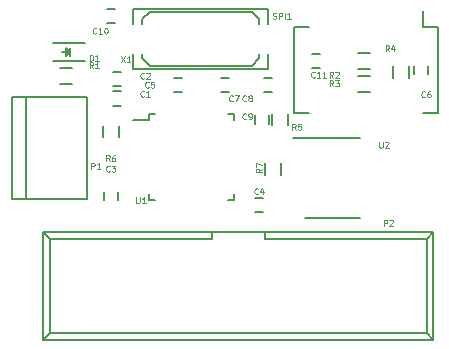
<source format=gbr>
G04 #@! TF.FileFunction,Legend,Top*
%FSLAX46Y46*%
G04 Gerber Fmt 4.6, Leading zero omitted, Abs format (unit mm)*
G04 Created by KiCad (PCBNEW 4.0.2+dfsg1-stable) date Thu 21 Jul 2016 12:34:14 PM COT*
%MOMM*%
G01*
G04 APERTURE LIST*
%ADD10C,0.100000*%
%ADD11C,0.150000*%
%ADD12C,0.076200*%
G04 APERTURE END LIST*
D10*
D11*
X162087000Y-78963000D02*
X162087000Y-78263000D01*
X163287000Y-78263000D02*
X163287000Y-78963000D01*
X177165000Y-97260000D02*
X144145000Y-97260000D01*
X176625000Y-96710000D02*
X144705000Y-96710000D01*
X177165000Y-88160000D02*
X144145000Y-88160000D01*
X176625000Y-88710000D02*
X162905000Y-88710000D01*
X158405000Y-88710000D02*
X144705000Y-88710000D01*
X162905000Y-88710000D02*
X162905000Y-88160000D01*
X158405000Y-88710000D02*
X158405000Y-88160000D01*
X177165000Y-97260000D02*
X177165000Y-88160000D01*
X176625000Y-96710000D02*
X176625000Y-88710000D01*
X144145000Y-97260000D02*
X144145000Y-88160000D01*
X144705000Y-96710000D02*
X144705000Y-88710000D01*
X177165000Y-97260000D02*
X176625000Y-96710000D01*
X144145000Y-97260000D02*
X144705000Y-96710000D01*
X177165000Y-88160000D02*
X176625000Y-88710000D01*
X144145000Y-88160000D02*
X144705000Y-88710000D01*
X166331000Y-80191000D02*
X166331000Y-80216000D01*
X170981000Y-80191000D02*
X170981000Y-80216000D01*
X170981000Y-86941000D02*
X170981000Y-86916000D01*
X166331000Y-86941000D02*
X166331000Y-86916000D01*
X166331000Y-80191000D02*
X170981000Y-80191000D01*
X166331000Y-86941000D02*
X170981000Y-86941000D01*
X166331000Y-80216000D02*
X165256000Y-80216000D01*
X150018000Y-76235000D02*
X150718000Y-76235000D01*
X150718000Y-77435000D02*
X150018000Y-77435000D01*
X149260000Y-85440000D02*
X149260000Y-84740000D01*
X150460000Y-84740000D02*
X150460000Y-85440000D01*
X162083000Y-85252000D02*
X162783000Y-85252000D01*
X162783000Y-86452000D02*
X162083000Y-86452000D01*
X155925000Y-76292000D02*
X155225000Y-76292000D01*
X155225000Y-75092000D02*
X155925000Y-75092000D01*
X176749000Y-74072000D02*
X176749000Y-74772000D01*
X175549000Y-74772000D02*
X175549000Y-74072000D01*
X159862000Y-76292000D02*
X159162000Y-76292000D01*
X159162000Y-75092000D02*
X159862000Y-75092000D01*
X162845000Y-75092000D02*
X163545000Y-75092000D01*
X163545000Y-76292000D02*
X162845000Y-76292000D01*
X150210000Y-70450000D02*
X149510000Y-70450000D01*
X149510000Y-69250000D02*
X150210000Y-69250000D01*
X166909000Y-73060000D02*
X167609000Y-73060000D01*
X167609000Y-74260000D02*
X166909000Y-74260000D01*
X141470540Y-76675100D02*
X141470540Y-85375100D01*
X147875540Y-76675100D02*
X147875540Y-85375100D01*
X147875540Y-85375100D02*
X141470540Y-85375100D01*
X142700540Y-85375100D02*
X142700540Y-76675100D01*
X141470540Y-76675100D02*
X147875540Y-76675100D01*
X145550000Y-74255000D02*
X146550000Y-74255000D01*
X146550000Y-75605000D02*
X145550000Y-75605000D01*
X171823000Y-74335000D02*
X170823000Y-74335000D01*
X170823000Y-72985000D02*
X171823000Y-72985000D01*
X171823000Y-76240000D02*
X170823000Y-76240000D01*
X170823000Y-74890000D02*
X171823000Y-74890000D01*
X173772200Y-75074400D02*
X173772200Y-74074400D01*
X175122200Y-74074400D02*
X175122200Y-75074400D01*
X163536000Y-79113000D02*
X163536000Y-78113000D01*
X164886000Y-78113000D02*
X164886000Y-79113000D01*
X149185000Y-80129000D02*
X149185000Y-79129000D01*
X150535000Y-79129000D02*
X150535000Y-80129000D01*
X164251000Y-82304000D02*
X164251000Y-83304000D01*
X162901000Y-83304000D02*
X162901000Y-82304000D01*
X177555000Y-70747000D02*
X176285000Y-70747000D01*
X177555000Y-78097000D02*
X176285000Y-78097000D01*
X165345000Y-78097000D02*
X166615000Y-78097000D01*
X165345000Y-70747000D02*
X166615000Y-70747000D01*
X177555000Y-70747000D02*
X177555000Y-78097000D01*
X165345000Y-70747000D02*
X165345000Y-78097000D01*
X176285000Y-70747000D02*
X176285000Y-69462000D01*
X153093000Y-78163000D02*
X153093000Y-78688000D01*
X160343000Y-78163000D02*
X160343000Y-78688000D01*
X160343000Y-85413000D02*
X160343000Y-84888000D01*
X153093000Y-85413000D02*
X153093000Y-84888000D01*
X153093000Y-78163000D02*
X153618000Y-78163000D01*
X153093000Y-85413000D02*
X153618000Y-85413000D01*
X160343000Y-85413000D02*
X159818000Y-85413000D01*
X160343000Y-78163000D02*
X159818000Y-78163000D01*
X153093000Y-78688000D02*
X151718000Y-78688000D01*
X152527000Y-70104000D02*
X152527000Y-70485000D01*
X152527000Y-73406000D02*
X152527000Y-73025000D01*
X162433000Y-73406000D02*
X162433000Y-73025000D01*
X162433000Y-70104000D02*
X162433000Y-70485000D01*
X163195000Y-69215000D02*
X163195000Y-70485000D01*
X163195000Y-74295000D02*
X163195000Y-73025000D01*
X151765000Y-74295000D02*
X151765000Y-73025000D01*
X151765000Y-69215000D02*
X151765000Y-70485000D01*
X152527000Y-73406000D02*
X153162000Y-74041000D01*
X153162000Y-74041000D02*
X161798000Y-74041000D01*
X161798000Y-74041000D02*
X162433000Y-73406000D01*
X162433000Y-70104000D02*
X161798000Y-69469000D01*
X161798000Y-69469000D02*
X153162000Y-69469000D01*
X153162000Y-69469000D02*
X152527000Y-70104000D01*
X163195000Y-74295000D02*
X151765000Y-74295000D01*
X151765000Y-69215000D02*
X163195000Y-69215000D01*
X150018000Y-74584000D02*
X150718000Y-74584000D01*
X150718000Y-75784000D02*
X150018000Y-75784000D01*
X147650000Y-72148000D02*
X144950000Y-72148000D01*
X147650000Y-73648000D02*
X144950000Y-73648000D01*
X146150000Y-72748000D02*
X146150000Y-72998000D01*
X146150000Y-72998000D02*
X146300000Y-72848000D01*
X146400000Y-73248000D02*
X146400000Y-72548000D01*
X146050000Y-72898000D02*
X145700000Y-72898000D01*
X146400000Y-72898000D02*
X146050000Y-73248000D01*
X146050000Y-73248000D02*
X146050000Y-72548000D01*
X146050000Y-72548000D02*
X146400000Y-72898000D01*
D12*
X161332333Y-78540429D02*
X161308143Y-78564619D01*
X161235571Y-78588810D01*
X161187190Y-78588810D01*
X161114619Y-78564619D01*
X161066238Y-78516238D01*
X161042047Y-78467857D01*
X161017857Y-78371095D01*
X161017857Y-78298524D01*
X161042047Y-78201762D01*
X161066238Y-78153381D01*
X161114619Y-78105000D01*
X161187190Y-78080810D01*
X161235571Y-78080810D01*
X161308143Y-78105000D01*
X161332333Y-78129190D01*
X161574238Y-78588810D02*
X161671000Y-78588810D01*
X161719381Y-78564619D01*
X161743571Y-78540429D01*
X161791952Y-78467857D01*
X161816143Y-78371095D01*
X161816143Y-78177571D01*
X161791952Y-78129190D01*
X161767762Y-78105000D01*
X161719381Y-78080810D01*
X161622619Y-78080810D01*
X161574238Y-78105000D01*
X161550047Y-78129190D01*
X161525857Y-78177571D01*
X161525857Y-78298524D01*
X161550047Y-78346905D01*
X161574238Y-78371095D01*
X161622619Y-78395286D01*
X161719381Y-78395286D01*
X161767762Y-78371095D01*
X161791952Y-78346905D01*
X161816143Y-78298524D01*
X172980047Y-87605810D02*
X172980047Y-87097810D01*
X173173571Y-87097810D01*
X173221952Y-87122000D01*
X173246143Y-87146190D01*
X173270333Y-87194571D01*
X173270333Y-87267143D01*
X173246143Y-87315524D01*
X173221952Y-87339714D01*
X173173571Y-87363905D01*
X172980047Y-87363905D01*
X173463857Y-87146190D02*
X173488047Y-87122000D01*
X173536428Y-87097810D01*
X173657381Y-87097810D01*
X173705762Y-87122000D01*
X173729952Y-87146190D01*
X173754143Y-87194571D01*
X173754143Y-87242952D01*
X173729952Y-87315524D01*
X173439666Y-87605810D01*
X173754143Y-87605810D01*
X172586952Y-80493810D02*
X172586952Y-80905048D01*
X172611143Y-80953429D01*
X172635333Y-80977619D01*
X172683714Y-81001810D01*
X172780476Y-81001810D01*
X172828857Y-80977619D01*
X172853048Y-80953429D01*
X172877238Y-80905048D01*
X172877238Y-80493810D01*
X173094952Y-80542190D02*
X173119142Y-80518000D01*
X173167523Y-80493810D01*
X173288476Y-80493810D01*
X173336857Y-80518000D01*
X173361047Y-80542190D01*
X173385238Y-80590571D01*
X173385238Y-80638952D01*
X173361047Y-80711524D01*
X173070761Y-81001810D01*
X173385238Y-81001810D01*
X152696333Y-76635429D02*
X152672143Y-76659619D01*
X152599571Y-76683810D01*
X152551190Y-76683810D01*
X152478619Y-76659619D01*
X152430238Y-76611238D01*
X152406047Y-76562857D01*
X152381857Y-76466095D01*
X152381857Y-76393524D01*
X152406047Y-76296762D01*
X152430238Y-76248381D01*
X152478619Y-76200000D01*
X152551190Y-76175810D01*
X152599571Y-76175810D01*
X152672143Y-76200000D01*
X152696333Y-76224190D01*
X153180143Y-76683810D02*
X152889857Y-76683810D01*
X153035000Y-76683810D02*
X153035000Y-76175810D01*
X152986619Y-76248381D01*
X152938238Y-76296762D01*
X152889857Y-76320952D01*
X149775333Y-82985429D02*
X149751143Y-83009619D01*
X149678571Y-83033810D01*
X149630190Y-83033810D01*
X149557619Y-83009619D01*
X149509238Y-82961238D01*
X149485047Y-82912857D01*
X149460857Y-82816095D01*
X149460857Y-82743524D01*
X149485047Y-82646762D01*
X149509238Y-82598381D01*
X149557619Y-82550000D01*
X149630190Y-82525810D01*
X149678571Y-82525810D01*
X149751143Y-82550000D01*
X149775333Y-82574190D01*
X149944666Y-82525810D02*
X150259143Y-82525810D01*
X150089809Y-82719333D01*
X150162381Y-82719333D01*
X150210762Y-82743524D01*
X150234952Y-82767714D01*
X150259143Y-82816095D01*
X150259143Y-82937048D01*
X150234952Y-82985429D01*
X150210762Y-83009619D01*
X150162381Y-83033810D01*
X150017238Y-83033810D01*
X149968857Y-83009619D01*
X149944666Y-82985429D01*
X162348333Y-84890429D02*
X162324143Y-84914619D01*
X162251571Y-84938810D01*
X162203190Y-84938810D01*
X162130619Y-84914619D01*
X162082238Y-84866238D01*
X162058047Y-84817857D01*
X162033857Y-84721095D01*
X162033857Y-84648524D01*
X162058047Y-84551762D01*
X162082238Y-84503381D01*
X162130619Y-84455000D01*
X162203190Y-84430810D01*
X162251571Y-84430810D01*
X162324143Y-84455000D01*
X162348333Y-84479190D01*
X162783762Y-84600143D02*
X162783762Y-84938810D01*
X162662809Y-84406619D02*
X162541857Y-84769476D01*
X162856333Y-84769476D01*
X153077333Y-75873429D02*
X153053143Y-75897619D01*
X152980571Y-75921810D01*
X152932190Y-75921810D01*
X152859619Y-75897619D01*
X152811238Y-75849238D01*
X152787047Y-75800857D01*
X152762857Y-75704095D01*
X152762857Y-75631524D01*
X152787047Y-75534762D01*
X152811238Y-75486381D01*
X152859619Y-75438000D01*
X152932190Y-75413810D01*
X152980571Y-75413810D01*
X153053143Y-75438000D01*
X153077333Y-75462190D01*
X153536952Y-75413810D02*
X153295047Y-75413810D01*
X153270857Y-75655714D01*
X153295047Y-75631524D01*
X153343428Y-75607333D01*
X153464381Y-75607333D01*
X153512762Y-75631524D01*
X153536952Y-75655714D01*
X153561143Y-75704095D01*
X153561143Y-75825048D01*
X153536952Y-75873429D01*
X153512762Y-75897619D01*
X153464381Y-75921810D01*
X153343428Y-75921810D01*
X153295047Y-75897619D01*
X153270857Y-75873429D01*
X176470733Y-76686229D02*
X176446543Y-76710419D01*
X176373971Y-76734610D01*
X176325590Y-76734610D01*
X176253019Y-76710419D01*
X176204638Y-76662038D01*
X176180447Y-76613657D01*
X176156257Y-76516895D01*
X176156257Y-76444324D01*
X176180447Y-76347562D01*
X176204638Y-76299181D01*
X176253019Y-76250800D01*
X176325590Y-76226610D01*
X176373971Y-76226610D01*
X176446543Y-76250800D01*
X176470733Y-76274990D01*
X176906162Y-76226610D02*
X176809400Y-76226610D01*
X176761019Y-76250800D01*
X176736828Y-76274990D01*
X176688447Y-76347562D01*
X176664257Y-76444324D01*
X176664257Y-76637848D01*
X176688447Y-76686229D01*
X176712638Y-76710419D01*
X176761019Y-76734610D01*
X176857781Y-76734610D01*
X176906162Y-76710419D01*
X176930352Y-76686229D01*
X176954543Y-76637848D01*
X176954543Y-76516895D01*
X176930352Y-76468514D01*
X176906162Y-76444324D01*
X176857781Y-76420133D01*
X176761019Y-76420133D01*
X176712638Y-76444324D01*
X176688447Y-76468514D01*
X176664257Y-76516895D01*
X160189333Y-77016429D02*
X160165143Y-77040619D01*
X160092571Y-77064810D01*
X160044190Y-77064810D01*
X159971619Y-77040619D01*
X159923238Y-76992238D01*
X159899047Y-76943857D01*
X159874857Y-76847095D01*
X159874857Y-76774524D01*
X159899047Y-76677762D01*
X159923238Y-76629381D01*
X159971619Y-76581000D01*
X160044190Y-76556810D01*
X160092571Y-76556810D01*
X160165143Y-76581000D01*
X160189333Y-76605190D01*
X160358666Y-76556810D02*
X160697333Y-76556810D01*
X160479619Y-77064810D01*
X161332333Y-77016429D02*
X161308143Y-77040619D01*
X161235571Y-77064810D01*
X161187190Y-77064810D01*
X161114619Y-77040619D01*
X161066238Y-76992238D01*
X161042047Y-76943857D01*
X161017857Y-76847095D01*
X161017857Y-76774524D01*
X161042047Y-76677762D01*
X161066238Y-76629381D01*
X161114619Y-76581000D01*
X161187190Y-76556810D01*
X161235571Y-76556810D01*
X161308143Y-76581000D01*
X161332333Y-76605190D01*
X161622619Y-76774524D02*
X161574238Y-76750333D01*
X161550047Y-76726143D01*
X161525857Y-76677762D01*
X161525857Y-76653571D01*
X161550047Y-76605190D01*
X161574238Y-76581000D01*
X161622619Y-76556810D01*
X161719381Y-76556810D01*
X161767762Y-76581000D01*
X161791952Y-76605190D01*
X161816143Y-76653571D01*
X161816143Y-76677762D01*
X161791952Y-76726143D01*
X161767762Y-76750333D01*
X161719381Y-76774524D01*
X161622619Y-76774524D01*
X161574238Y-76798714D01*
X161550047Y-76822905D01*
X161525857Y-76871286D01*
X161525857Y-76968048D01*
X161550047Y-77016429D01*
X161574238Y-77040619D01*
X161622619Y-77064810D01*
X161719381Y-77064810D01*
X161767762Y-77040619D01*
X161791952Y-77016429D01*
X161816143Y-76968048D01*
X161816143Y-76871286D01*
X161791952Y-76822905D01*
X161767762Y-76798714D01*
X161719381Y-76774524D01*
X148644428Y-71301429D02*
X148620238Y-71325619D01*
X148547666Y-71349810D01*
X148499285Y-71349810D01*
X148426714Y-71325619D01*
X148378333Y-71277238D01*
X148354142Y-71228857D01*
X148329952Y-71132095D01*
X148329952Y-71059524D01*
X148354142Y-70962762D01*
X148378333Y-70914381D01*
X148426714Y-70866000D01*
X148499285Y-70841810D01*
X148547666Y-70841810D01*
X148620238Y-70866000D01*
X148644428Y-70890190D01*
X149128238Y-71349810D02*
X148837952Y-71349810D01*
X148983095Y-71349810D02*
X148983095Y-70841810D01*
X148934714Y-70914381D01*
X148886333Y-70962762D01*
X148837952Y-70986952D01*
X149442714Y-70841810D02*
X149491095Y-70841810D01*
X149539476Y-70866000D01*
X149563667Y-70890190D01*
X149587857Y-70938571D01*
X149612048Y-71035333D01*
X149612048Y-71156286D01*
X149587857Y-71253048D01*
X149563667Y-71301429D01*
X149539476Y-71325619D01*
X149491095Y-71349810D01*
X149442714Y-71349810D01*
X149394333Y-71325619D01*
X149370143Y-71301429D01*
X149345952Y-71253048D01*
X149321762Y-71156286D01*
X149321762Y-71035333D01*
X149345952Y-70938571D01*
X149370143Y-70890190D01*
X149394333Y-70866000D01*
X149442714Y-70841810D01*
X167135628Y-75009829D02*
X167111438Y-75034019D01*
X167038866Y-75058210D01*
X166990485Y-75058210D01*
X166917914Y-75034019D01*
X166869533Y-74985638D01*
X166845342Y-74937257D01*
X166821152Y-74840495D01*
X166821152Y-74767924D01*
X166845342Y-74671162D01*
X166869533Y-74622781D01*
X166917914Y-74574400D01*
X166990485Y-74550210D01*
X167038866Y-74550210D01*
X167111438Y-74574400D01*
X167135628Y-74598590D01*
X167619438Y-75058210D02*
X167329152Y-75058210D01*
X167474295Y-75058210D02*
X167474295Y-74550210D01*
X167425914Y-74622781D01*
X167377533Y-74671162D01*
X167329152Y-74695352D01*
X168103248Y-75058210D02*
X167812962Y-75058210D01*
X167958105Y-75058210D02*
X167958105Y-74550210D01*
X167909724Y-74622781D01*
X167861343Y-74671162D01*
X167812962Y-74695352D01*
X148215047Y-82779810D02*
X148215047Y-82271810D01*
X148408571Y-82271810D01*
X148456952Y-82296000D01*
X148481143Y-82320190D01*
X148505333Y-82368571D01*
X148505333Y-82441143D01*
X148481143Y-82489524D01*
X148456952Y-82513714D01*
X148408571Y-82537905D01*
X148215047Y-82537905D01*
X148989143Y-82779810D02*
X148698857Y-82779810D01*
X148844000Y-82779810D02*
X148844000Y-82271810D01*
X148795619Y-82344381D01*
X148747238Y-82392762D01*
X148698857Y-82416952D01*
X148378333Y-74270810D02*
X148209000Y-74028905D01*
X148088047Y-74270810D02*
X148088047Y-73762810D01*
X148281571Y-73762810D01*
X148329952Y-73787000D01*
X148354143Y-73811190D01*
X148378333Y-73859571D01*
X148378333Y-73932143D01*
X148354143Y-73980524D01*
X148329952Y-74004714D01*
X148281571Y-74028905D01*
X148088047Y-74028905D01*
X148862143Y-74270810D02*
X148571857Y-74270810D01*
X148717000Y-74270810D02*
X148717000Y-73762810D01*
X148668619Y-73835381D01*
X148620238Y-73883762D01*
X148571857Y-73907952D01*
X168698333Y-75058210D02*
X168529000Y-74816305D01*
X168408047Y-75058210D02*
X168408047Y-74550210D01*
X168601571Y-74550210D01*
X168649952Y-74574400D01*
X168674143Y-74598590D01*
X168698333Y-74646971D01*
X168698333Y-74719543D01*
X168674143Y-74767924D01*
X168649952Y-74792114D01*
X168601571Y-74816305D01*
X168408047Y-74816305D01*
X168891857Y-74598590D02*
X168916047Y-74574400D01*
X168964428Y-74550210D01*
X169085381Y-74550210D01*
X169133762Y-74574400D01*
X169157952Y-74598590D01*
X169182143Y-74646971D01*
X169182143Y-74695352D01*
X169157952Y-74767924D01*
X168867666Y-75058210D01*
X169182143Y-75058210D01*
X168698333Y-75794810D02*
X168529000Y-75552905D01*
X168408047Y-75794810D02*
X168408047Y-75286810D01*
X168601571Y-75286810D01*
X168649952Y-75311000D01*
X168674143Y-75335190D01*
X168698333Y-75383571D01*
X168698333Y-75456143D01*
X168674143Y-75504524D01*
X168649952Y-75528714D01*
X168601571Y-75552905D01*
X168408047Y-75552905D01*
X168867666Y-75286810D02*
X169182143Y-75286810D01*
X169012809Y-75480333D01*
X169085381Y-75480333D01*
X169133762Y-75504524D01*
X169157952Y-75528714D01*
X169182143Y-75577095D01*
X169182143Y-75698048D01*
X169157952Y-75746429D01*
X169133762Y-75770619D01*
X169085381Y-75794810D01*
X168940238Y-75794810D01*
X168891857Y-75770619D01*
X168867666Y-75746429D01*
X173422733Y-72848410D02*
X173253400Y-72606505D01*
X173132447Y-72848410D02*
X173132447Y-72340410D01*
X173325971Y-72340410D01*
X173374352Y-72364600D01*
X173398543Y-72388790D01*
X173422733Y-72437171D01*
X173422733Y-72509743D01*
X173398543Y-72558124D01*
X173374352Y-72582314D01*
X173325971Y-72606505D01*
X173132447Y-72606505D01*
X173858162Y-72509743D02*
X173858162Y-72848410D01*
X173737209Y-72316219D02*
X173616257Y-72679076D01*
X173930733Y-72679076D01*
X165523333Y-79477810D02*
X165354000Y-79235905D01*
X165233047Y-79477810D02*
X165233047Y-78969810D01*
X165426571Y-78969810D01*
X165474952Y-78994000D01*
X165499143Y-79018190D01*
X165523333Y-79066571D01*
X165523333Y-79139143D01*
X165499143Y-79187524D01*
X165474952Y-79211714D01*
X165426571Y-79235905D01*
X165233047Y-79235905D01*
X165982952Y-78969810D02*
X165741047Y-78969810D01*
X165716857Y-79211714D01*
X165741047Y-79187524D01*
X165789428Y-79163333D01*
X165910381Y-79163333D01*
X165958762Y-79187524D01*
X165982952Y-79211714D01*
X166007143Y-79260095D01*
X166007143Y-79381048D01*
X165982952Y-79429429D01*
X165958762Y-79453619D01*
X165910381Y-79477810D01*
X165789428Y-79477810D01*
X165741047Y-79453619D01*
X165716857Y-79429429D01*
X149775333Y-82144810D02*
X149606000Y-81902905D01*
X149485047Y-82144810D02*
X149485047Y-81636810D01*
X149678571Y-81636810D01*
X149726952Y-81661000D01*
X149751143Y-81685190D01*
X149775333Y-81733571D01*
X149775333Y-81806143D01*
X149751143Y-81854524D01*
X149726952Y-81878714D01*
X149678571Y-81902905D01*
X149485047Y-81902905D01*
X150210762Y-81636810D02*
X150114000Y-81636810D01*
X150065619Y-81661000D01*
X150041428Y-81685190D01*
X149993047Y-81757762D01*
X149968857Y-81854524D01*
X149968857Y-82048048D01*
X149993047Y-82096429D01*
X150017238Y-82120619D01*
X150065619Y-82144810D01*
X150162381Y-82144810D01*
X150210762Y-82120619D01*
X150234952Y-82096429D01*
X150259143Y-82048048D01*
X150259143Y-81927095D01*
X150234952Y-81878714D01*
X150210762Y-81854524D01*
X150162381Y-81830333D01*
X150065619Y-81830333D01*
X150017238Y-81854524D01*
X149993047Y-81878714D01*
X149968857Y-81927095D01*
X162662810Y-82761667D02*
X162420905Y-82931000D01*
X162662810Y-83051953D02*
X162154810Y-83051953D01*
X162154810Y-82858429D01*
X162179000Y-82810048D01*
X162203190Y-82785857D01*
X162251571Y-82761667D01*
X162324143Y-82761667D01*
X162372524Y-82785857D01*
X162396714Y-82810048D01*
X162420905Y-82858429D01*
X162420905Y-83051953D01*
X162154810Y-82592334D02*
X162154810Y-82253667D01*
X162662810Y-82471381D01*
X163576000Y-70055619D02*
X163648571Y-70079810D01*
X163769524Y-70079810D01*
X163817905Y-70055619D01*
X163842095Y-70031429D01*
X163866286Y-69983048D01*
X163866286Y-69934667D01*
X163842095Y-69886286D01*
X163817905Y-69862095D01*
X163769524Y-69837905D01*
X163672762Y-69813714D01*
X163624381Y-69789524D01*
X163600190Y-69765333D01*
X163576000Y-69716952D01*
X163576000Y-69668571D01*
X163600190Y-69620190D01*
X163624381Y-69596000D01*
X163672762Y-69571810D01*
X163793714Y-69571810D01*
X163866286Y-69596000D01*
X164084000Y-70079810D02*
X164084000Y-69571810D01*
X164277524Y-69571810D01*
X164325905Y-69596000D01*
X164350096Y-69620190D01*
X164374286Y-69668571D01*
X164374286Y-69741143D01*
X164350096Y-69789524D01*
X164325905Y-69813714D01*
X164277524Y-69837905D01*
X164084000Y-69837905D01*
X164592000Y-70079810D02*
X164592000Y-69571810D01*
X165100001Y-70079810D02*
X164809715Y-70079810D01*
X164954858Y-70079810D02*
X164954858Y-69571810D01*
X164906477Y-69644381D01*
X164858096Y-69692762D01*
X164809715Y-69716952D01*
X152012952Y-85192810D02*
X152012952Y-85604048D01*
X152037143Y-85652429D01*
X152061333Y-85676619D01*
X152109714Y-85700810D01*
X152206476Y-85700810D01*
X152254857Y-85676619D01*
X152279048Y-85652429D01*
X152303238Y-85604048D01*
X152303238Y-85192810D01*
X152811238Y-85700810D02*
X152520952Y-85700810D01*
X152666095Y-85700810D02*
X152666095Y-85192810D01*
X152617714Y-85265381D01*
X152569333Y-85313762D01*
X152520952Y-85337952D01*
X150718761Y-73254810D02*
X151057428Y-73762810D01*
X151057428Y-73254810D02*
X150718761Y-73762810D01*
X151517048Y-73762810D02*
X151226762Y-73762810D01*
X151371905Y-73762810D02*
X151371905Y-73254810D01*
X151323524Y-73327381D01*
X151275143Y-73375762D01*
X151226762Y-73399952D01*
X152696333Y-75111429D02*
X152672143Y-75135619D01*
X152599571Y-75159810D01*
X152551190Y-75159810D01*
X152478619Y-75135619D01*
X152430238Y-75087238D01*
X152406047Y-75038857D01*
X152381857Y-74942095D01*
X152381857Y-74869524D01*
X152406047Y-74772762D01*
X152430238Y-74724381D01*
X152478619Y-74676000D01*
X152551190Y-74651810D01*
X152599571Y-74651810D01*
X152672143Y-74676000D01*
X152696333Y-74700190D01*
X152889857Y-74700190D02*
X152914047Y-74676000D01*
X152962428Y-74651810D01*
X153083381Y-74651810D01*
X153131762Y-74676000D01*
X153155952Y-74700190D01*
X153180143Y-74748571D01*
X153180143Y-74796952D01*
X153155952Y-74869524D01*
X152865666Y-75159810D01*
X153180143Y-75159810D01*
X148088047Y-73635810D02*
X148088047Y-73127810D01*
X148209000Y-73127810D01*
X148281571Y-73152000D01*
X148329952Y-73200381D01*
X148354143Y-73248762D01*
X148378333Y-73345524D01*
X148378333Y-73418095D01*
X148354143Y-73514857D01*
X148329952Y-73563238D01*
X148281571Y-73611619D01*
X148209000Y-73635810D01*
X148088047Y-73635810D01*
X148862143Y-73635810D02*
X148571857Y-73635810D01*
X148717000Y-73635810D02*
X148717000Y-73127810D01*
X148668619Y-73200381D01*
X148620238Y-73248762D01*
X148571857Y-73272952D01*
M02*

</source>
